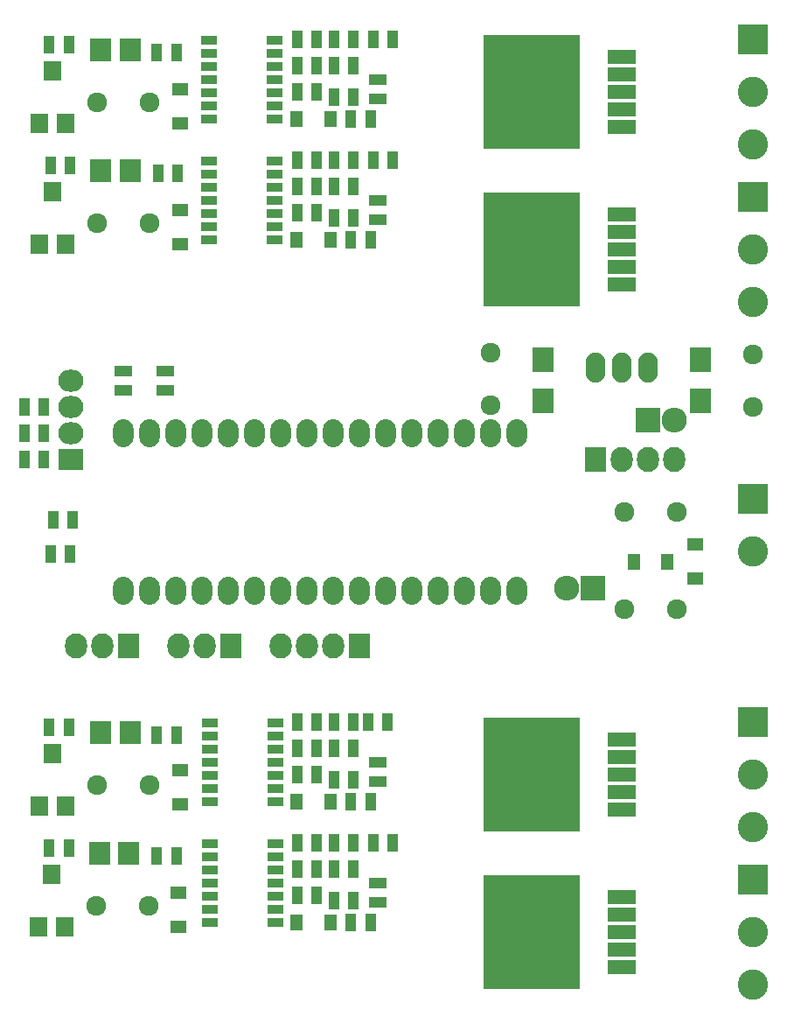
<source format=gts>
G04 #@! TF.FileFunction,Soldermask,Top*
%FSLAX46Y46*%
G04 Gerber Fmt 4.6, Leading zero omitted, Abs format (unit mm)*
G04 Created by KiCad (PCBNEW 4.0.2-4+6225~38~ubuntu14.04.1-stable) date mån 18 apr 2016 22:23:25*
%MOMM*%
G01*
G04 APERTURE LIST*
%ADD10C,0.100000*%
%ADD11C,1.924000*%
%ADD12R,2.000000X2.400000*%
%ADD13R,1.997660X2.200860*%
%ADD14R,2.432000X2.432000*%
%ADD15O,2.432000X2.432000*%
%ADD16R,2.940000X2.940000*%
%ADD17C,2.940000*%
%ADD18O,2.000000X2.700000*%
%ADD19R,2.127200X2.432000*%
%ADD20O,2.127200X2.432000*%
%ADD21R,2.432000X2.127200*%
%ADD22O,2.432000X2.127200*%
%ADD23O,1.901140X2.899360*%
%ADD24R,2.686000X1.466800*%
%ADD25R,9.290000X11.068000*%
%ADD26R,1.670000X1.924000*%
%ADD27R,1.543000X0.908000*%
%ADD28R,1.620000X1.310000*%
%ADD29R,1.310000X1.620000*%
%ADD30R,1.100000X1.700000*%
%ADD31R,1.700000X1.100000*%
G04 APERTURE END LIST*
D10*
D11*
X178054000Y-123698000D03*
X183134000Y-123698000D03*
X178054000Y-114300000D03*
X183134000Y-114300000D03*
D12*
X170180000Y-99600000D03*
X170180000Y-103600000D03*
X185420000Y-99600000D03*
X185420000Y-103600000D03*
D13*
X127358140Y-69596000D03*
X130197860Y-69596000D03*
X127358140Y-81280000D03*
X130197860Y-81280000D03*
X127358140Y-135636000D03*
X130197860Y-135636000D03*
X127231140Y-147320000D03*
X130070860Y-147320000D03*
D14*
X180340000Y-105410000D03*
D15*
X182880000Y-105410000D03*
D14*
X175006000Y-121666000D03*
D15*
X172466000Y-121666000D03*
D16*
X190500000Y-68580000D03*
D17*
X190500000Y-73660000D03*
X190500000Y-78740000D03*
D16*
X190500000Y-83820000D03*
D17*
X190500000Y-88900000D03*
X190500000Y-93980000D03*
D16*
X190500000Y-134620000D03*
D17*
X190500000Y-139700000D03*
X190500000Y-144780000D03*
D18*
X129540000Y-121920000D03*
X132080000Y-121920000D03*
X134620000Y-121920000D03*
X137160000Y-121920000D03*
X139700000Y-121920000D03*
X142240000Y-121920000D03*
X144780000Y-121920000D03*
X147320000Y-121920000D03*
X149860000Y-121920000D03*
X152400000Y-121920000D03*
X154940000Y-121920000D03*
X157480000Y-121920000D03*
X160020000Y-121920000D03*
X162560000Y-121920000D03*
X165100000Y-121920000D03*
X167640000Y-121920000D03*
X167640000Y-106680000D03*
X165100000Y-106680000D03*
X162560000Y-106680000D03*
X160020000Y-106680000D03*
X157480000Y-106680000D03*
X154940000Y-106680000D03*
X152400000Y-106680000D03*
X149860000Y-106680000D03*
X147320000Y-106680000D03*
X144780000Y-106680000D03*
X142240000Y-106680000D03*
X139700000Y-106680000D03*
X137160000Y-106680000D03*
X134620000Y-106680000D03*
X132080000Y-106680000D03*
X129540000Y-106680000D03*
D16*
X190500000Y-149860000D03*
D17*
X190500000Y-154940000D03*
X190500000Y-160020000D03*
D19*
X152400000Y-127254000D03*
D20*
X149860000Y-127254000D03*
X147320000Y-127254000D03*
X144780000Y-127254000D03*
D19*
X130048000Y-127254000D03*
D20*
X127508000Y-127254000D03*
X124968000Y-127254000D03*
D19*
X139954000Y-127254000D03*
D20*
X137414000Y-127254000D03*
X134874000Y-127254000D03*
D21*
X124460000Y-109220000D03*
D22*
X124460000Y-106680000D03*
X124460000Y-104140000D03*
X124460000Y-101600000D03*
D19*
X175260000Y-109220000D03*
D20*
X177800000Y-109220000D03*
X180340000Y-109220000D03*
X182880000Y-109220000D03*
D23*
X177800000Y-100330000D03*
X175260000Y-100330000D03*
X180340000Y-100330000D03*
D11*
X132080000Y-74676000D03*
X127000000Y-74676000D03*
X132080000Y-86360000D03*
X127000000Y-86360000D03*
X132080000Y-140716000D03*
X127000000Y-140716000D03*
X131953000Y-152400000D03*
X126873000Y-152400000D03*
X165100000Y-98933000D03*
X165100000Y-104013000D03*
X190500000Y-99060000D03*
X190500000Y-104140000D03*
D24*
X177800000Y-77063600D03*
D25*
X169037000Y-73660000D03*
D24*
X177800000Y-73660000D03*
X177800000Y-75361800D03*
X177800000Y-71958200D03*
X177800000Y-70256400D03*
X177800000Y-92303600D03*
D25*
X169037000Y-88900000D03*
D24*
X177800000Y-88900000D03*
X177800000Y-90601800D03*
X177800000Y-87198200D03*
X177800000Y-85496400D03*
X177800000Y-143103600D03*
D25*
X169037000Y-139700000D03*
D24*
X177800000Y-139700000D03*
X177800000Y-141401800D03*
X177800000Y-137998200D03*
X177800000Y-136296400D03*
X177800000Y-158343600D03*
D25*
X169037000Y-154940000D03*
D24*
X177800000Y-154940000D03*
X177800000Y-156641800D03*
X177800000Y-153238200D03*
X177800000Y-151536400D03*
D16*
X190500000Y-113030000D03*
D17*
X190500000Y-118110000D03*
D26*
X121412000Y-76708000D03*
X122682000Y-71628000D03*
X123952000Y-76708000D03*
X121412000Y-88392000D03*
X122682000Y-83312000D03*
X123952000Y-88392000D03*
X121412000Y-142748000D03*
X122682000Y-137668000D03*
X123952000Y-142748000D03*
X121285000Y-154432000D03*
X122555000Y-149352000D03*
X123825000Y-154432000D03*
D27*
X144145000Y-76327000D03*
X144145000Y-75057000D03*
X144145000Y-73787000D03*
X144145000Y-72517000D03*
X144145000Y-71247000D03*
X144145000Y-69977000D03*
X144145000Y-68707000D03*
X137795000Y-68707000D03*
X137795000Y-69977000D03*
X137795000Y-72517000D03*
X137795000Y-73787000D03*
X137795000Y-75057000D03*
X137795000Y-76327000D03*
X137795000Y-71247000D03*
X144145000Y-88011000D03*
X144145000Y-86741000D03*
X144145000Y-85471000D03*
X144145000Y-84201000D03*
X144145000Y-82931000D03*
X144145000Y-81661000D03*
X144145000Y-80391000D03*
X137795000Y-80391000D03*
X137795000Y-81661000D03*
X137795000Y-84201000D03*
X137795000Y-85471000D03*
X137795000Y-86741000D03*
X137795000Y-88011000D03*
X137795000Y-82931000D03*
X144272000Y-142367000D03*
X144272000Y-141097000D03*
X144272000Y-139827000D03*
X144272000Y-138557000D03*
X144272000Y-137287000D03*
X144272000Y-136017000D03*
X144272000Y-134747000D03*
X137922000Y-134747000D03*
X137922000Y-136017000D03*
X137922000Y-138557000D03*
X137922000Y-139827000D03*
X137922000Y-141097000D03*
X137922000Y-142367000D03*
X137922000Y-137287000D03*
X144272000Y-154051000D03*
X144272000Y-152781000D03*
X144272000Y-151511000D03*
X144272000Y-150241000D03*
X144272000Y-148971000D03*
X144272000Y-147701000D03*
X144272000Y-146431000D03*
X137922000Y-146431000D03*
X137922000Y-147701000D03*
X137922000Y-150241000D03*
X137922000Y-151511000D03*
X137922000Y-152781000D03*
X137922000Y-154051000D03*
X137922000Y-148971000D03*
D28*
X135001000Y-76692000D03*
X135001000Y-73422000D03*
X184912000Y-117491000D03*
X184912000Y-120761000D03*
D29*
X178959000Y-119126000D03*
X182229000Y-119126000D03*
D28*
X135001000Y-88376000D03*
X135001000Y-85106000D03*
X135001000Y-142605000D03*
X135001000Y-139335000D03*
X134874000Y-154416000D03*
X134874000Y-151146000D03*
D29*
X149590000Y-76327000D03*
X146320000Y-76327000D03*
X149590000Y-88011000D03*
X146320000Y-88011000D03*
X149590000Y-142367000D03*
X146320000Y-142367000D03*
X149590000Y-154051000D03*
X146320000Y-154051000D03*
D30*
X134681000Y-69850000D03*
X132781000Y-69850000D03*
X148270000Y-68580000D03*
X146370000Y-68580000D03*
X122367000Y-69088000D03*
X124267000Y-69088000D03*
X148270000Y-71120000D03*
X146370000Y-71120000D03*
X134808000Y-81534000D03*
X132908000Y-81534000D03*
X148270000Y-80264000D03*
X146370000Y-80264000D03*
X122494000Y-80772000D03*
X124394000Y-80772000D03*
X148270000Y-82804000D03*
X146370000Y-82804000D03*
X134681000Y-135890000D03*
X132781000Y-135890000D03*
X148270000Y-134620000D03*
X146370000Y-134620000D03*
X122367000Y-135128000D03*
X124267000Y-135128000D03*
X148270000Y-137160000D03*
X146370000Y-137160000D03*
X134681000Y-147574000D03*
X132781000Y-147574000D03*
X148270000Y-146304000D03*
X146370000Y-146304000D03*
X122367000Y-146812000D03*
X124267000Y-146812000D03*
X148270000Y-148844000D03*
X146370000Y-148844000D03*
D31*
X133604000Y-102550000D03*
X133604000Y-100650000D03*
X129540000Y-102550000D03*
X129540000Y-100650000D03*
D30*
X124648000Y-115062000D03*
X122748000Y-115062000D03*
X124394000Y-118364000D03*
X122494000Y-118364000D03*
X119954000Y-109220000D03*
X121854000Y-109220000D03*
X119954000Y-106680000D03*
X121854000Y-106680000D03*
X119954000Y-104140000D03*
X121854000Y-104140000D03*
X153736000Y-68580000D03*
X155636000Y-68580000D03*
X153477000Y-76327000D03*
X151577000Y-76327000D03*
X151826000Y-68580000D03*
X149926000Y-68580000D03*
D31*
X154178000Y-72456000D03*
X154178000Y-74356000D03*
D30*
X149926000Y-74168000D03*
X151826000Y-74168000D03*
X148270000Y-73660000D03*
X146370000Y-73660000D03*
X153736000Y-80264000D03*
X155636000Y-80264000D03*
X153477000Y-88011000D03*
X151577000Y-88011000D03*
X151826000Y-80264000D03*
X149926000Y-80264000D03*
D31*
X154178000Y-84140000D03*
X154178000Y-86040000D03*
D30*
X149926000Y-85852000D03*
X151826000Y-85852000D03*
X148270000Y-85344000D03*
X146370000Y-85344000D03*
X153228000Y-134620000D03*
X155128000Y-134620000D03*
X153477000Y-142367000D03*
X151577000Y-142367000D03*
X151826000Y-134620000D03*
X149926000Y-134620000D03*
D31*
X154178000Y-138496000D03*
X154178000Y-140396000D03*
D30*
X149926000Y-140208000D03*
X151826000Y-140208000D03*
X148270000Y-139700000D03*
X146370000Y-139700000D03*
X153736000Y-146304000D03*
X155636000Y-146304000D03*
X153477000Y-154051000D03*
X151577000Y-154051000D03*
X151826000Y-146304000D03*
X149926000Y-146304000D03*
D31*
X154178000Y-150180000D03*
X154178000Y-152080000D03*
D30*
X149926000Y-151892000D03*
X151826000Y-151892000D03*
X148270000Y-151384000D03*
X146370000Y-151384000D03*
X149926000Y-71120000D03*
X151826000Y-71120000D03*
X149926000Y-82804000D03*
X151826000Y-82804000D03*
X149926000Y-137160000D03*
X151826000Y-137160000D03*
X149926000Y-148844000D03*
X151826000Y-148844000D03*
M02*

</source>
